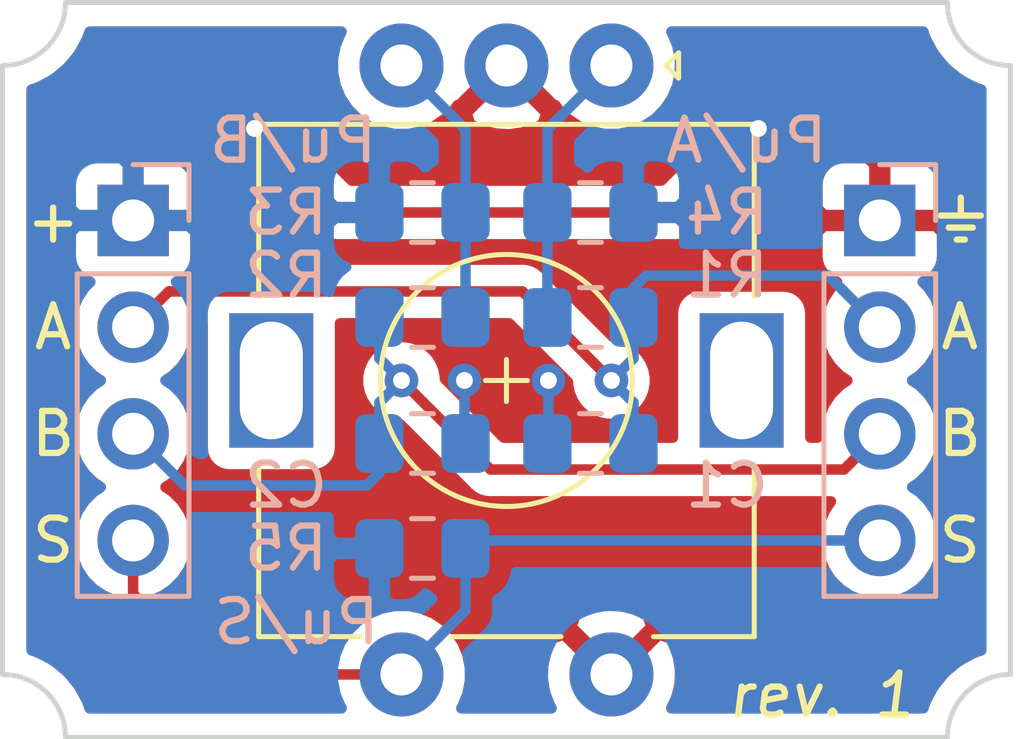
<source format=kicad_pcb>
(kicad_pcb (version 20171130) (host pcbnew 5.1.6)

  (general
    (thickness 1.6)
    (drawings 20)
    (tracks 54)
    (zones 0)
    (modules 10)
    (nets 8)
  )

  (page A4)
  (title_block
    (title Encoder)
    (date 2020-08-16)
    (rev 1)
    (company Kellermann)
  )

  (layers
    (0 F.Cu signal hide)
    (31 B.Cu signal hide)
    (32 B.Adhes user)
    (33 F.Adhes user)
    (34 B.Paste user)
    (35 F.Paste user)
    (36 B.SilkS user)
    (37 F.SilkS user)
    (38 B.Mask user hide)
    (39 F.Mask user hide)
    (40 Dwgs.User user)
    (41 Cmts.User user)
    (42 Eco1.User user)
    (43 Eco2.User user)
    (44 Edge.Cuts user)
    (45 Margin user)
    (46 B.CrtYd user)
    (47 F.CrtYd user)
    (48 B.Fab user hide)
    (49 F.Fab user hide)
  )

  (setup
    (last_trace_width 0.25)
    (trace_clearance 0.2)
    (zone_clearance 0.508)
    (zone_45_only no)
    (trace_min 0.2)
    (via_size 0.8)
    (via_drill 0.4)
    (via_min_size 0.4)
    (via_min_drill 0.3)
    (uvia_size 0.3)
    (uvia_drill 0.1)
    (uvias_allowed no)
    (uvia_min_size 0.2)
    (uvia_min_drill 0.1)
    (edge_width 0.05)
    (segment_width 0.2)
    (pcb_text_width 0.3)
    (pcb_text_size 1.5 1.5)
    (mod_edge_width 0.12)
    (mod_text_size 1 1)
    (mod_text_width 0.15)
    (pad_size 2 2)
    (pad_drill 1)
    (pad_to_mask_clearance 0.051)
    (solder_mask_min_width 0.25)
    (aux_axis_origin 0 0)
    (grid_origin 125 100)
    (visible_elements FFFFF77F)
    (pcbplotparams
      (layerselection 0x010fc_ffffffff)
      (usegerberextensions false)
      (usegerberattributes false)
      (usegerberadvancedattributes false)
      (creategerberjobfile false)
      (excludeedgelayer true)
      (linewidth 0.100000)
      (plotframeref false)
      (viasonmask false)
      (mode 1)
      (useauxorigin false)
      (hpglpennumber 1)
      (hpglpenspeed 20)
      (hpglpendiameter 15.000000)
      (psnegative false)
      (psa4output false)
      (plotreference true)
      (plotvalue true)
      (plotinvisibletext false)
      (padsonsilk false)
      (subtractmaskfromsilk false)
      (outputformat 1)
      (mirror false)
      (drillshape 1)
      (scaleselection 1)
      (outputdirectory ""))
  )

  (net 0 "")
  (net 1 GND)
  (net 2 A)
  (net 3 B)
  (net 4 "Net-(R1-Pad2)")
  (net 5 "Net-(R2-Pad2)")
  (net 6 VDD)
  (net 7 S)

  (net_class Default "This is the default net class."
    (clearance 0.2)
    (trace_width 0.25)
    (via_dia 0.8)
    (via_drill 0.4)
    (uvia_dia 0.3)
    (uvia_drill 0.1)
    (add_net A)
    (add_net B)
    (add_net GND)
    (add_net "Net-(R1-Pad2)")
    (add_net "Net-(R2-Pad2)")
    (add_net S)
    (add_net VDD)
  )

  (module Connector_PinHeader_2.54mm:PinHeader_1x04_P2.54mm_Vertical (layer B.Cu) (tedit 59FED5CC) (tstamp 5E378909)
    (at 133.89 96.19 180)
    (descr "Through hole straight pin header, 1x04, 2.54mm pitch, single row")
    (tags "Through hole pin header THT 1x04 2.54mm single row")
    (path /5E37F14A)
    (fp_text reference X2 (at 2.54 -3.81) (layer B.SilkS) hide
      (effects (font (size 1 1) (thickness 0.15)) (justify mirror))
    )
    (fp_text value Conn_01x04 (at 0 -9.95) (layer B.Fab)
      (effects (font (size 1 1) (thickness 0.15)) (justify mirror))
    )
    (fp_line (start 1.8 1.8) (end -1.8 1.8) (layer B.CrtYd) (width 0.05))
    (fp_line (start 1.8 -9.4) (end 1.8 1.8) (layer B.CrtYd) (width 0.05))
    (fp_line (start -1.8 -9.4) (end 1.8 -9.4) (layer B.CrtYd) (width 0.05))
    (fp_line (start -1.8 1.8) (end -1.8 -9.4) (layer B.CrtYd) (width 0.05))
    (fp_line (start -1.33 1.33) (end 0 1.33) (layer B.SilkS) (width 0.12))
    (fp_line (start -1.33 0) (end -1.33 1.33) (layer B.SilkS) (width 0.12))
    (fp_line (start -1.33 -1.27) (end 1.33 -1.27) (layer B.SilkS) (width 0.12))
    (fp_line (start 1.33 -1.27) (end 1.33 -8.95) (layer B.SilkS) (width 0.12))
    (fp_line (start -1.33 -1.27) (end -1.33 -8.95) (layer B.SilkS) (width 0.12))
    (fp_line (start -1.33 -8.95) (end 1.33 -8.95) (layer B.SilkS) (width 0.12))
    (fp_line (start -1.27 0.635) (end -0.635 1.27) (layer B.Fab) (width 0.1))
    (fp_line (start -1.27 -8.89) (end -1.27 0.635) (layer B.Fab) (width 0.1))
    (fp_line (start 1.27 -8.89) (end -1.27 -8.89) (layer B.Fab) (width 0.1))
    (fp_line (start 1.27 1.27) (end 1.27 -8.89) (layer B.Fab) (width 0.1))
    (fp_line (start -0.635 1.27) (end 1.27 1.27) (layer B.Fab) (width 0.1))
    (fp_text user %R (at 0 -3.81 270) (layer B.Fab)
      (effects (font (size 1 1) (thickness 0.15)) (justify mirror))
    )
    (pad 4 thru_hole oval (at 0 -7.62 180) (size 1.7 1.7) (drill 1) (layers *.Cu *.Mask)
      (net 7 S))
    (pad 3 thru_hole oval (at 0 -5.08 180) (size 1.7 1.7) (drill 1) (layers *.Cu *.Mask)
      (net 3 B))
    (pad 2 thru_hole oval (at 0 -2.54 180) (size 1.7 1.7) (drill 1) (layers *.Cu *.Mask)
      (net 2 A))
    (pad 1 thru_hole rect (at 0 0 180) (size 1.7 1.7) (drill 1) (layers *.Cu *.Mask)
      (net 1 GND))
    (model ${KISYS3DMOD}/Connector_PinHeader_2.54mm.3dshapes/PinHeader_1x04_P2.54mm_Vertical.wrl
      (at (xyz 0 0 0))
      (scale (xyz 1 1 1))
      (rotate (xyz 0 0 0))
    )
  )

  (module Connector_PinHeader_2.54mm:PinHeader_1x04_P2.54mm_Vertical (layer B.Cu) (tedit 59FED5CC) (tstamp 5E3AFC0C)
    (at 116.11 96.19 180)
    (descr "Through hole straight pin header, 1x04, 2.54mm pitch, single row")
    (tags "Through hole pin header THT 1x04 2.54mm single row")
    (path /5E37FEC7)
    (fp_text reference X1 (at -2.54 -3.81) (layer B.SilkS) hide
      (effects (font (size 1 1) (thickness 0.15)) (justify mirror))
    )
    (fp_text value Conn_01x04 (at 0 -9.95) (layer B.Fab)
      (effects (font (size 1 1) (thickness 0.15)) (justify mirror))
    )
    (fp_line (start 1.8 1.8) (end -1.8 1.8) (layer B.CrtYd) (width 0.05))
    (fp_line (start 1.8 -9.4) (end 1.8 1.8) (layer B.CrtYd) (width 0.05))
    (fp_line (start -1.8 -9.4) (end 1.8 -9.4) (layer B.CrtYd) (width 0.05))
    (fp_line (start -1.8 1.8) (end -1.8 -9.4) (layer B.CrtYd) (width 0.05))
    (fp_line (start -1.33 1.33) (end 0 1.33) (layer B.SilkS) (width 0.12))
    (fp_line (start -1.33 0) (end -1.33 1.33) (layer B.SilkS) (width 0.12))
    (fp_line (start -1.33 -1.27) (end 1.33 -1.27) (layer B.SilkS) (width 0.12))
    (fp_line (start 1.33 -1.27) (end 1.33 -8.95) (layer B.SilkS) (width 0.12))
    (fp_line (start -1.33 -1.27) (end -1.33 -8.95) (layer B.SilkS) (width 0.12))
    (fp_line (start -1.33 -8.95) (end 1.33 -8.95) (layer B.SilkS) (width 0.12))
    (fp_line (start -1.27 0.635) (end -0.635 1.27) (layer B.Fab) (width 0.1))
    (fp_line (start -1.27 -8.89) (end -1.27 0.635) (layer B.Fab) (width 0.1))
    (fp_line (start 1.27 -8.89) (end -1.27 -8.89) (layer B.Fab) (width 0.1))
    (fp_line (start 1.27 1.27) (end 1.27 -8.89) (layer B.Fab) (width 0.1))
    (fp_line (start -0.635 1.27) (end 1.27 1.27) (layer B.Fab) (width 0.1))
    (fp_text user %R (at 0 -3.81 270) (layer B.Fab)
      (effects (font (size 1 1) (thickness 0.15)) (justify mirror))
    )
    (pad 4 thru_hole oval (at 0 -7.62 180) (size 1.7 1.7) (drill 1) (layers *.Cu *.Mask)
      (net 7 S))
    (pad 3 thru_hole oval (at 0 -5.08 180) (size 1.7 1.7) (drill 1) (layers *.Cu *.Mask)
      (net 3 B))
    (pad 2 thru_hole oval (at 0 -2.54 180) (size 1.7 1.7) (drill 1) (layers *.Cu *.Mask)
      (net 2 A))
    (pad 1 thru_hole rect (at 0 0 180) (size 1.7 1.7) (drill 1) (layers *.Cu *.Mask)
      (net 6 VDD))
    (model ${KISYS3DMOD}/Connector_PinHeader_2.54mm.3dshapes/PinHeader_1x04_P2.54mm_Vertical.wrl
      (at (xyz 0 0 0))
      (scale (xyz 1 1 1))
      (rotate (xyz 0 0 0))
    )
  )

  (module Rotary_Encoder:RotaryEncoder_Alps_EC11E-Switch_Vertical_H20mm (layer F.Cu) (tedit 5E3AAB30) (tstamp 5E3788D9)
    (at 127.5 92.5 270)
    (descr "Alps rotary encoder, EC12E... with switch, vertical shaft, http://www.alps.com/prod/info/E/HTML/Encoder/Incremental/EC11/EC11E15204A3.html")
    (tags "rotary encoder")
    (path /5E372C72)
    (fp_text reference SW1 (at 2.8 -4.7 90) (layer F.SilkS) hide
      (effects (font (size 1 1) (thickness 0.15)))
    )
    (fp_text value Rotary_Encoder_Switch (at 7.5 10.4 90) (layer F.Fab)
      (effects (font (size 1 1) (thickness 0.15)))
    )
    (fp_circle (center 7.5 2.5) (end 10.5 2.5) (layer F.Fab) (width 0.12))
    (fp_circle (center 7.5 2.5) (end 10.5 2.5) (layer F.SilkS) (width 0.12))
    (fp_line (start 16 9.6) (end -1.5 9.6) (layer F.CrtYd) (width 0.05))
    (fp_line (start 16 9.6) (end 16 -4.6) (layer F.CrtYd) (width 0.05))
    (fp_line (start -1.5 -4.6) (end -1.5 9.6) (layer F.CrtYd) (width 0.05))
    (fp_line (start -1.5 -4.6) (end 16 -4.6) (layer F.CrtYd) (width 0.05))
    (fp_line (start 2.5 -3.3) (end 13.5 -3.3) (layer F.Fab) (width 0.12))
    (fp_line (start 13.5 -3.3) (end 13.5 8.3) (layer F.Fab) (width 0.12))
    (fp_line (start 13.5 8.3) (end 1.5 8.3) (layer F.Fab) (width 0.12))
    (fp_line (start 1.5 8.3) (end 1.5 -2.2) (layer F.Fab) (width 0.12))
    (fp_line (start 1.5 -2.2) (end 2.5 -3.3) (layer F.Fab) (width 0.12))
    (fp_line (start 9.5 -3.4) (end 13.6 -3.4) (layer F.SilkS) (width 0.12))
    (fp_line (start 13.6 8.4) (end 9.5 8.4) (layer F.SilkS) (width 0.12))
    (fp_line (start 5.5 8.4) (end 1.4 8.4) (layer F.SilkS) (width 0.12))
    (fp_line (start 5.5 -3.4) (end 1.4 -3.4) (layer F.SilkS) (width 0.12))
    (fp_line (start 1.4 -3.4) (end 1.4 8.4) (layer F.SilkS) (width 0.12))
    (fp_line (start 0 -1.3) (end -0.3 -1.6) (layer F.SilkS) (width 0.12))
    (fp_line (start -0.3 -1.6) (end 0.3 -1.6) (layer F.SilkS) (width 0.12))
    (fp_line (start 0.3 -1.6) (end 0 -1.3) (layer F.SilkS) (width 0.12))
    (fp_line (start 7.5 -0.5) (end 7.5 5.5) (layer F.Fab) (width 0.12))
    (fp_line (start 4.5 2.5) (end 10.5 2.5) (layer F.Fab) (width 0.12))
    (fp_line (start 13.6 -3.4) (end 13.6 -1) (layer F.SilkS) (width 0.12))
    (fp_line (start 13.6 1.2) (end 13.6 3.8) (layer F.SilkS) (width 0.12))
    (fp_line (start 13.6 6) (end 13.6 8.4) (layer F.SilkS) (width 0.12))
    (fp_line (start 7.5 2) (end 7.5 3) (layer F.SilkS) (width 0.12))
    (fp_line (start 7 2.5) (end 8 2.5) (layer F.SilkS) (width 0.12))
    (fp_text user %R (at 11.1 6.3 90) (layer F.Fab)
      (effects (font (size 1 1) (thickness 0.15)))
    )
    (pad A thru_hole circle (at 0 0 270) (size 2 2) (drill 1) (layers *.Cu *.Mask)
      (net 4 "Net-(R1-Pad2)"))
    (pad C thru_hole circle (at 0 2.5 270) (size 2 2) (drill 1) (layers *.Cu *.Mask)
      (net 1 GND))
    (pad B thru_hole circle (at 0 5 270) (size 2 2) (drill 1) (layers *.Cu *.Mask)
      (net 5 "Net-(R2-Pad2)"))
    (pad MP thru_hole rect (at 7.5 -3.1 270) (size 3.2 2) (drill oval 2.8 1.5) (layers *.Cu *.Mask))
    (pad MP thru_hole rect (at 7.5 8.1 270) (size 3.2 2) (drill oval 2.8 1.5) (layers *.Cu *.Mask))
    (pad S2 thru_hole circle (at 14.5 0 270) (size 2 2) (drill 1) (layers *.Cu *.Mask)
      (net 1 GND))
    (pad S1 thru_hole circle (at 14.5 5 270) (size 2 2) (drill 1) (layers *.Cu *.Mask)
      (net 7 S))
    (model ${KISYS3DMOD}/Rotary_Encoder.3dshapes/RotaryEncoder_Alps_EC11E-Switch_Vertical_H20mm.wrl
      (at (xyz 0 0 0))
      (scale (xyz 1 1 1))
      (rotate (xyz 0 0 0))
    )
    (model ${KIPRJMOD}/482009514001_Download_STEP_4820xx514001_rev1.stp
      (offset (xyz 7.5 -2.5 6))
      (scale (xyz 1 1 1))
      (rotate (xyz 0 0 180))
    )
  )

  (module Resistor_SMD:R_0805_2012Metric_Pad1.15x1.40mm_HandSolder (layer B.Cu) (tedit 5B36C52B) (tstamp 5E3788B3)
    (at 123 104)
    (descr "Resistor SMD 0805 (2012 Metric), square (rectangular) end terminal, IPC_7351 nominal with elongated pad for handsoldering. (Body size source: https://docs.google.com/spreadsheets/d/1BsfQQcO9C6DZCsRaXUlFlo91Tg2WpOkGARC1WS5S8t0/edit?usp=sharing), generated with kicad-footprint-generator")
    (tags "resistor handsolder")
    (path /5E37C503)
    (attr smd)
    (fp_text reference R5 (at -3.25 0) (layer B.SilkS)
      (effects (font (size 1 1) (thickness 0.15)) (justify mirror))
    )
    (fp_text value "10 k" (at 0 -1.65) (layer B.Fab)
      (effects (font (size 1 1) (thickness 0.15)) (justify mirror))
    )
    (fp_line (start 1.85 -0.95) (end -1.85 -0.95) (layer B.CrtYd) (width 0.05))
    (fp_line (start 1.85 0.95) (end 1.85 -0.95) (layer B.CrtYd) (width 0.05))
    (fp_line (start -1.85 0.95) (end 1.85 0.95) (layer B.CrtYd) (width 0.05))
    (fp_line (start -1.85 -0.95) (end -1.85 0.95) (layer B.CrtYd) (width 0.05))
    (fp_line (start -0.261252 -0.71) (end 0.261252 -0.71) (layer B.SilkS) (width 0.12))
    (fp_line (start -0.261252 0.71) (end 0.261252 0.71) (layer B.SilkS) (width 0.12))
    (fp_line (start 1 -0.6) (end -1 -0.6) (layer B.Fab) (width 0.1))
    (fp_line (start 1 0.6) (end 1 -0.6) (layer B.Fab) (width 0.1))
    (fp_line (start -1 0.6) (end 1 0.6) (layer B.Fab) (width 0.1))
    (fp_line (start -1 -0.6) (end -1 0.6) (layer B.Fab) (width 0.1))
    (fp_text user %R (at 0 0) (layer B.Fab)
      (effects (font (size 0.5 0.5) (thickness 0.08)) (justify mirror))
    )
    (pad 2 smd roundrect (at 1.025 0) (size 1.15 1.4) (layers B.Cu B.Paste B.Mask) (roundrect_rratio 0.217391)
      (net 7 S))
    (pad 1 smd roundrect (at -1.025 0) (size 1.15 1.4) (layers B.Cu B.Paste B.Mask) (roundrect_rratio 0.217391)
      (net 6 VDD))
    (model ${KISYS3DMOD}/Resistor_SMD.3dshapes/R_0805_2012Metric.wrl
      (at (xyz 0 0 0))
      (scale (xyz 1 1 1))
      (rotate (xyz 0 0 0))
    )
  )

  (module Resistor_SMD:R_0805_2012Metric_Pad1.15x1.40mm_HandSolder (layer B.Cu) (tedit 5B36C52B) (tstamp 5E3788A2)
    (at 127 96 180)
    (descr "Resistor SMD 0805 (2012 Metric), square (rectangular) end terminal, IPC_7351 nominal with elongated pad for handsoldering. (Body size source: https://docs.google.com/spreadsheets/d/1BsfQQcO9C6DZCsRaXUlFlo91Tg2WpOkGARC1WS5S8t0/edit?usp=sharing), generated with kicad-footprint-generator")
    (tags "resistor handsolder")
    (path /5E3742CA)
    (attr smd)
    (fp_text reference R4 (at -3.25 0) (layer B.SilkS)
      (effects (font (size 1 1) (thickness 0.15)) (justify mirror))
    )
    (fp_text value "10 k" (at 0 -1.65) (layer B.Fab)
      (effects (font (size 1 1) (thickness 0.15)) (justify mirror))
    )
    (fp_line (start 1.85 -0.95) (end -1.85 -0.95) (layer B.CrtYd) (width 0.05))
    (fp_line (start 1.85 0.95) (end 1.85 -0.95) (layer B.CrtYd) (width 0.05))
    (fp_line (start -1.85 0.95) (end 1.85 0.95) (layer B.CrtYd) (width 0.05))
    (fp_line (start -1.85 -0.95) (end -1.85 0.95) (layer B.CrtYd) (width 0.05))
    (fp_line (start -0.261252 -0.71) (end 0.261252 -0.71) (layer B.SilkS) (width 0.12))
    (fp_line (start -0.261252 0.71) (end 0.261252 0.71) (layer B.SilkS) (width 0.12))
    (fp_line (start 1 -0.6) (end -1 -0.6) (layer B.Fab) (width 0.1))
    (fp_line (start 1 0.6) (end 1 -0.6) (layer B.Fab) (width 0.1))
    (fp_line (start -1 0.6) (end 1 0.6) (layer B.Fab) (width 0.1))
    (fp_line (start -1 -0.6) (end -1 0.6) (layer B.Fab) (width 0.1))
    (fp_text user %R (at 0 0) (layer B.Fab)
      (effects (font (size 0.5 0.5) (thickness 0.08)) (justify mirror))
    )
    (pad 2 smd roundrect (at 1.025 0 180) (size 1.15 1.4) (layers B.Cu B.Paste B.Mask) (roundrect_rratio 0.217391)
      (net 4 "Net-(R1-Pad2)"))
    (pad 1 smd roundrect (at -1.025 0 180) (size 1.15 1.4) (layers B.Cu B.Paste B.Mask) (roundrect_rratio 0.217391)
      (net 6 VDD))
    (model ${KISYS3DMOD}/Resistor_SMD.3dshapes/R_0805_2012Metric.wrl
      (at (xyz 0 0 0))
      (scale (xyz 1 1 1))
      (rotate (xyz 0 0 0))
    )
  )

  (module Resistor_SMD:R_0805_2012Metric_Pad1.15x1.40mm_HandSolder (layer B.Cu) (tedit 5B36C52B) (tstamp 5E379534)
    (at 123 96)
    (descr "Resistor SMD 0805 (2012 Metric), square (rectangular) end terminal, IPC_7351 nominal with elongated pad for handsoldering. (Body size source: https://docs.google.com/spreadsheets/d/1BsfQQcO9C6DZCsRaXUlFlo91Tg2WpOkGARC1WS5S8t0/edit?usp=sharing), generated with kicad-footprint-generator")
    (tags "resistor handsolder")
    (path /5E374AD3)
    (attr smd)
    (fp_text reference R3 (at -3.25 0) (layer B.SilkS)
      (effects (font (size 1 1) (thickness 0.15)) (justify mirror))
    )
    (fp_text value "10 k" (at 0 -1.65) (layer B.Fab)
      (effects (font (size 1 1) (thickness 0.15)) (justify mirror))
    )
    (fp_line (start 1.85 -0.95) (end -1.85 -0.95) (layer B.CrtYd) (width 0.05))
    (fp_line (start 1.85 0.95) (end 1.85 -0.95) (layer B.CrtYd) (width 0.05))
    (fp_line (start -1.85 0.95) (end 1.85 0.95) (layer B.CrtYd) (width 0.05))
    (fp_line (start -1.85 -0.95) (end -1.85 0.95) (layer B.CrtYd) (width 0.05))
    (fp_line (start -0.261252 -0.71) (end 0.261252 -0.71) (layer B.SilkS) (width 0.12))
    (fp_line (start -0.261252 0.71) (end 0.261252 0.71) (layer B.SilkS) (width 0.12))
    (fp_line (start 1 -0.6) (end -1 -0.6) (layer B.Fab) (width 0.1))
    (fp_line (start 1 0.6) (end 1 -0.6) (layer B.Fab) (width 0.1))
    (fp_line (start -1 0.6) (end 1 0.6) (layer B.Fab) (width 0.1))
    (fp_line (start -1 -0.6) (end -1 0.6) (layer B.Fab) (width 0.1))
    (fp_text user %R (at 0 0) (layer F.Fab)
      (effects (font (size 0.5 0.5) (thickness 0.08)))
    )
    (pad 2 smd roundrect (at 1.025 0) (size 1.15 1.4) (layers B.Cu B.Paste B.Mask) (roundrect_rratio 0.217391)
      (net 5 "Net-(R2-Pad2)"))
    (pad 1 smd roundrect (at -1.025 0) (size 1.15 1.4) (layers B.Cu B.Paste B.Mask) (roundrect_rratio 0.217391)
      (net 6 VDD))
    (model ${KISYS3DMOD}/Resistor_SMD.3dshapes/R_0805_2012Metric.wrl
      (at (xyz 0 0 0))
      (scale (xyz 1 1 1))
      (rotate (xyz 0 0 0))
    )
  )

  (module Resistor_SMD:R_0805_2012Metric_Pad1.15x1.40mm_HandSolder (layer B.Cu) (tedit 5B36C52B) (tstamp 5E378880)
    (at 123 98.5)
    (descr "Resistor SMD 0805 (2012 Metric), square (rectangular) end terminal, IPC_7351 nominal with elongated pad for handsoldering. (Body size source: https://docs.google.com/spreadsheets/d/1BsfQQcO9C6DZCsRaXUlFlo91Tg2WpOkGARC1WS5S8t0/edit?usp=sharing), generated with kicad-footprint-generator")
    (tags "resistor handsolder")
    (path /5E37501A)
    (attr smd)
    (fp_text reference R2 (at -3.25 -1) (layer B.SilkS)
      (effects (font (size 1 1) (thickness 0.15)) (justify mirror))
    )
    (fp_text value "10 k" (at 0 -1.65) (layer B.Fab)
      (effects (font (size 1 1) (thickness 0.15)) (justify mirror))
    )
    (fp_line (start 1.85 -0.95) (end -1.85 -0.95) (layer B.CrtYd) (width 0.05))
    (fp_line (start 1.85 0.95) (end 1.85 -0.95) (layer B.CrtYd) (width 0.05))
    (fp_line (start -1.85 0.95) (end 1.85 0.95) (layer B.CrtYd) (width 0.05))
    (fp_line (start -1.85 -0.95) (end -1.85 0.95) (layer B.CrtYd) (width 0.05))
    (fp_line (start -0.261252 -0.71) (end 0.261252 -0.71) (layer B.SilkS) (width 0.12))
    (fp_line (start -0.261252 0.71) (end 0.261252 0.71) (layer B.SilkS) (width 0.12))
    (fp_line (start 1 -0.6) (end -1 -0.6) (layer B.Fab) (width 0.1))
    (fp_line (start 1 0.6) (end 1 -0.6) (layer B.Fab) (width 0.1))
    (fp_line (start -1 0.6) (end 1 0.6) (layer B.Fab) (width 0.1))
    (fp_line (start -1 -0.6) (end -1 0.6) (layer B.Fab) (width 0.1))
    (fp_text user %R (at 0 0) (layer B.Fab)
      (effects (font (size 0.5 0.5) (thickness 0.08)) (justify mirror))
    )
    (pad 2 smd roundrect (at 1.025 0) (size 1.15 1.4) (layers B.Cu B.Paste B.Mask) (roundrect_rratio 0.217391)
      (net 5 "Net-(R2-Pad2)"))
    (pad 1 smd roundrect (at -1.025 0) (size 1.15 1.4) (layers B.Cu B.Paste B.Mask) (roundrect_rratio 0.217391)
      (net 3 B))
    (model ${KISYS3DMOD}/Resistor_SMD.3dshapes/R_0805_2012Metric.wrl
      (at (xyz 0 0 0))
      (scale (xyz 1 1 1))
      (rotate (xyz 0 0 0))
    )
  )

  (module Resistor_SMD:R_0805_2012Metric_Pad1.15x1.40mm_HandSolder (layer B.Cu) (tedit 5B36C52B) (tstamp 5E37886F)
    (at 127 98.5 180)
    (descr "Resistor SMD 0805 (2012 Metric), square (rectangular) end terminal, IPC_7351 nominal with elongated pad for handsoldering. (Body size source: https://docs.google.com/spreadsheets/d/1BsfQQcO9C6DZCsRaXUlFlo91Tg2WpOkGARC1WS5S8t0/edit?usp=sharing), generated with kicad-footprint-generator")
    (tags "resistor handsolder")
    (path /5E374D12)
    (attr smd)
    (fp_text reference R1 (at -3.25 1) (layer B.SilkS)
      (effects (font (size 1 1) (thickness 0.15)) (justify mirror))
    )
    (fp_text value "10 k" (at 0 -1.65) (layer B.Fab)
      (effects (font (size 1 1) (thickness 0.15)) (justify mirror))
    )
    (fp_line (start 1.85 -0.95) (end -1.85 -0.95) (layer B.CrtYd) (width 0.05))
    (fp_line (start 1.85 0.95) (end 1.85 -0.95) (layer B.CrtYd) (width 0.05))
    (fp_line (start -1.85 0.95) (end 1.85 0.95) (layer B.CrtYd) (width 0.05))
    (fp_line (start -1.85 -0.95) (end -1.85 0.95) (layer B.CrtYd) (width 0.05))
    (fp_line (start -0.261252 -0.71) (end 0.261252 -0.71) (layer B.SilkS) (width 0.12))
    (fp_line (start -0.261252 0.71) (end 0.261252 0.71) (layer B.SilkS) (width 0.12))
    (fp_line (start 1 -0.6) (end -1 -0.6) (layer B.Fab) (width 0.1))
    (fp_line (start 1 0.6) (end 1 -0.6) (layer B.Fab) (width 0.1))
    (fp_line (start -1 0.6) (end 1 0.6) (layer B.Fab) (width 0.1))
    (fp_line (start -1 -0.6) (end -1 0.6) (layer B.Fab) (width 0.1))
    (fp_text user %R (at 0 0) (layer B.Fab)
      (effects (font (size 0.5 0.5) (thickness 0.08)) (justify mirror))
    )
    (pad 2 smd roundrect (at 1.025 0 180) (size 1.15 1.4) (layers B.Cu B.Paste B.Mask) (roundrect_rratio 0.217391)
      (net 4 "Net-(R1-Pad2)"))
    (pad 1 smd roundrect (at -1.025 0 180) (size 1.15 1.4) (layers B.Cu B.Paste B.Mask) (roundrect_rratio 0.217391)
      (net 2 A))
    (model ${KISYS3DMOD}/Resistor_SMD.3dshapes/R_0805_2012Metric.wrl
      (at (xyz 0 0 0))
      (scale (xyz 1 1 1))
      (rotate (xyz 0 0 0))
    )
  )

  (module Capacitor_SMD:C_0805_2012Metric_Pad1.15x1.40mm_HandSolder (layer B.Cu) (tedit 5B36C52B) (tstamp 5E37885E)
    (at 123 101.5)
    (descr "Capacitor SMD 0805 (2012 Metric), square (rectangular) end terminal, IPC_7351 nominal with elongated pad for handsoldering. (Body size source: https://docs.google.com/spreadsheets/d/1BsfQQcO9C6DZCsRaXUlFlo91Tg2WpOkGARC1WS5S8t0/edit?usp=sharing), generated with kicad-footprint-generator")
    (tags "capacitor handsolder")
    (path /5E3756AE)
    (attr smd)
    (fp_text reference C2 (at -3.25 1) (layer B.SilkS)
      (effects (font (size 1 1) (thickness 0.15)) (justify mirror))
    )
    (fp_text value "10 nF" (at 0 -1.65) (layer B.Fab)
      (effects (font (size 1 1) (thickness 0.15)) (justify mirror))
    )
    (fp_line (start 1.85 -0.95) (end -1.85 -0.95) (layer B.CrtYd) (width 0.05))
    (fp_line (start 1.85 0.95) (end 1.85 -0.95) (layer B.CrtYd) (width 0.05))
    (fp_line (start -1.85 0.95) (end 1.85 0.95) (layer B.CrtYd) (width 0.05))
    (fp_line (start -1.85 -0.95) (end -1.85 0.95) (layer B.CrtYd) (width 0.05))
    (fp_line (start -0.261252 -0.71) (end 0.261252 -0.71) (layer B.SilkS) (width 0.12))
    (fp_line (start -0.261252 0.71) (end 0.261252 0.71) (layer B.SilkS) (width 0.12))
    (fp_line (start 1 -0.6) (end -1 -0.6) (layer B.Fab) (width 0.1))
    (fp_line (start 1 0.6) (end 1 -0.6) (layer B.Fab) (width 0.1))
    (fp_line (start -1 0.6) (end 1 0.6) (layer B.Fab) (width 0.1))
    (fp_line (start -1 -0.6) (end -1 0.6) (layer B.Fab) (width 0.1))
    (fp_text user %R (at 0 0) (layer B.Fab)
      (effects (font (size 0.5 0.5) (thickness 0.08)) (justify mirror))
    )
    (pad 2 smd roundrect (at 1.025 0) (size 1.15 1.4) (layers B.Cu B.Paste B.Mask) (roundrect_rratio 0.217391)
      (net 1 GND))
    (pad 1 smd roundrect (at -1.025 0) (size 1.15 1.4) (layers B.Cu B.Paste B.Mask) (roundrect_rratio 0.217391)
      (net 3 B))
    (model ${KISYS3DMOD}/Capacitor_SMD.3dshapes/C_0805_2012Metric.wrl
      (at (xyz 0 0 0))
      (scale (xyz 1 1 1))
      (rotate (xyz 0 0 0))
    )
  )

  (module Capacitor_SMD:C_0805_2012Metric_Pad1.15x1.40mm_HandSolder (layer B.Cu) (tedit 5B36C52B) (tstamp 5E37884D)
    (at 127 101.5 180)
    (descr "Capacitor SMD 0805 (2012 Metric), square (rectangular) end terminal, IPC_7351 nominal with elongated pad for handsoldering. (Body size source: https://docs.google.com/spreadsheets/d/1BsfQQcO9C6DZCsRaXUlFlo91Tg2WpOkGARC1WS5S8t0/edit?usp=sharing), generated with kicad-footprint-generator")
    (tags "capacitor handsolder")
    (path /5E3755B6)
    (attr smd)
    (fp_text reference C1 (at -3.25 -1) (layer B.SilkS)
      (effects (font (size 1 1) (thickness 0.15)) (justify mirror))
    )
    (fp_text value "10 nF" (at 0 -1.65) (layer B.Fab)
      (effects (font (size 1 1) (thickness 0.15)) (justify mirror))
    )
    (fp_line (start 1.85 -0.95) (end -1.85 -0.95) (layer B.CrtYd) (width 0.05))
    (fp_line (start 1.85 0.95) (end 1.85 -0.95) (layer B.CrtYd) (width 0.05))
    (fp_line (start -1.85 0.95) (end 1.85 0.95) (layer B.CrtYd) (width 0.05))
    (fp_line (start -1.85 -0.95) (end -1.85 0.95) (layer B.CrtYd) (width 0.05))
    (fp_line (start -0.261252 -0.71) (end 0.261252 -0.71) (layer B.SilkS) (width 0.12))
    (fp_line (start -0.261252 0.71) (end 0.261252 0.71) (layer B.SilkS) (width 0.12))
    (fp_line (start 1 -0.6) (end -1 -0.6) (layer B.Fab) (width 0.1))
    (fp_line (start 1 0.6) (end 1 -0.6) (layer B.Fab) (width 0.1))
    (fp_line (start -1 0.6) (end 1 0.6) (layer B.Fab) (width 0.1))
    (fp_line (start -1 -0.6) (end -1 0.6) (layer B.Fab) (width 0.1))
    (fp_text user %R (at 0 0) (layer B.Fab)
      (effects (font (size 0.5 0.5) (thickness 0.08)) (justify mirror))
    )
    (pad 2 smd roundrect (at 1.025 0 180) (size 1.15 1.4) (layers B.Cu B.Paste B.Mask) (roundrect_rratio 0.217391)
      (net 1 GND))
    (pad 1 smd roundrect (at -1.025 0 180) (size 1.15 1.4) (layers B.Cu B.Paste B.Mask) (roundrect_rratio 0.217391)
      (net 2 A))
    (model ${KISYS3DMOD}/Capacitor_SMD.3dshapes/C_0805_2012Metric.wrl
      (at (xyz 0 0 0))
      (scale (xyz 1 1 1))
      (rotate (xyz 0 0 0))
    )
  )

  (gr_text Pu/S (at 120 105.75) (layer B.SilkS) (tstamp 5E3B022F)
    (effects (font (size 1 1) (thickness 0.15)) (justify mirror))
  )
  (gr_text Pu/A (at 130.715 94.285) (layer B.SilkS) (tstamp 5E3B009F)
    (effects (font (size 1 1) (thickness 0.15)) (justify mirror))
  )
  (gr_text Pu/B (at 119.92 94.285) (layer B.SilkS)
    (effects (font (size 1 1) (thickness 0.15)) (justify mirror))
  )
  (gr_text A (at 135.795 98.73) (layer F.SilkS) (tstamp 5E37B941)
    (effects (font (size 1 1) (thickness 0.15)))
  )
  (gr_text B (at 135.795 101.27) (layer F.SilkS)
    (effects (font (size 1 1) (thickness 0.15)))
  )
  (gr_text "⏚ " (at 136.2 96.19) (layer F.SilkS)
    (effects (font (size 1 1) (thickness 0.15)))
  )
  (gr_text S (at 135.795 103.81) (layer F.SilkS)
    (effects (font (size 1 1) (thickness 0.15)))
  )
  (gr_text + (at 114.205 96.19) (layer F.SilkS) (tstamp 5E3AFEBB)
    (effects (font (size 1 1) (thickness 0.15)))
  )
  (gr_text S (at 114.205 103.81) (layer F.SilkS)
    (effects (font (size 1 1) (thickness 0.15)))
  )
  (gr_text B (at 114.205 101.27) (layer F.SilkS)
    (effects (font (size 1 1) (thickness 0.15)))
  )
  (gr_text A (at 114.205 98.73) (layer F.SilkS)
    (effects (font (size 1 1) (thickness 0.15)))
  )
  (gr_text "rev. 1" (at 132.5 107.5) (layer F.SilkS)
    (effects (font (size 1 1) (thickness 0.15) italic))
  )
  (gr_arc (start 113 91) (end 113 92.5) (angle -90) (layer Edge.Cuts) (width 0.12))
  (gr_arc (start 113 108.5) (end 114.5 108.5) (angle -90) (layer Edge.Cuts) (width 0.12))
  (gr_arc (start 137 108.5) (end 137 107) (angle -90) (layer Edge.Cuts) (width 0.12))
  (gr_arc (start 137 91) (end 135.5 91) (angle -90) (layer Edge.Cuts) (width 0.12))
  (gr_line (start 113 107) (end 113 92.5) (layer Edge.Cuts) (width 0.12))
  (gr_line (start 135.5 108.5) (end 114.5 108.5) (layer Edge.Cuts) (width 0.12))
  (gr_line (start 137 92.5) (end 137 107) (layer Edge.Cuts) (width 0.12))
  (gr_line (start 114.5 91) (end 135.5 91) (layer Edge.Cuts) (width 0.12))

  (via (at 124 100) (size 0.8) (drill 0.4) (layers F.Cu B.Cu) (net 1))
  (via (at 126 100) (size 0.8) (drill 0.4) (layers F.Cu B.Cu) (net 1))
  (segment (start 124 101.475) (end 124.025 101.5) (width 0.25) (layer B.Cu) (net 1))
  (segment (start 124 100) (end 124 101.475) (width 0.25) (layer B.Cu) (net 1))
  (segment (start 126 101.475) (end 125.975 101.5) (width 0.25) (layer B.Cu) (net 1))
  (segment (start 126 100) (end 126 101.475) (width 0.25) (layer B.Cu) (net 1))
  (segment (start 127.899999 100.399999) (end 127.5 100) (width 0.25) (layer B.Cu) (net 2))
  (segment (start 128.025 101.5) (end 128.025 100.525) (width 0.25) (layer B.Cu) (net 2))
  (segment (start 128.025 98.5) (end 128.025 99.475) (width 0.25) (layer B.Cu) (net 2))
  (segment (start 127.899999 99.600001) (end 127.5 100) (width 0.25) (layer B.Cu) (net 2))
  (segment (start 128.025 99.475) (end 127.899999 99.600001) (width 0.25) (layer B.Cu) (net 2))
  (segment (start 128.025 100.525) (end 127.899999 100.399999) (width 0.25) (layer B.Cu) (net 2))
  (segment (start 127.5 100) (end 127.5 100) (width 0.25) (layer B.Cu) (net 2) (tstamp 5E3AFAFF))
  (via (at 127.5 100) (size 0.8) (drill 0.4) (layers F.Cu B.Cu) (net 2))
  (segment (start 127.100001 99.600001) (end 127.5 100) (width 0.25) (layer F.Cu) (net 2))
  (segment (start 125.380001 97.880001) (end 127.100001 99.600001) (width 0.25) (layer F.Cu) (net 2))
  (segment (start 116.11 98.73) (end 116.959999 97.880001) (width 0.25) (layer F.Cu) (net 2))
  (segment (start 116.959999 97.880001) (end 125.380001 97.880001) (width 0.25) (layer F.Cu) (net 2) (tstamp 5E3B01B2))
  (segment (start 128.325 97.5) (end 128.025 97.8) (width 0.25) (layer B.Cu) (net 2))
  (segment (start 128.025 97.8) (end 128.025 98.5) (width 0.25) (layer B.Cu) (net 2))
  (segment (start 133.89 98.73) (end 132.66 97.5) (width 0.25) (layer B.Cu) (net 2))
  (segment (start 132.66 97.5) (end 128.325 97.5) (width 0.25) (layer B.Cu) (net 2))
  (segment (start 121.975 98.5) (end 121.975 99.475) (width 0.25) (layer B.Cu) (net 3))
  (segment (start 121.975 100.525) (end 122.5 100) (width 0.25) (layer B.Cu) (net 3))
  (segment (start 121.975 99.475) (end 122.5 100) (width 0.25) (layer B.Cu) (net 3))
  (segment (start 121.975 101.5) (end 121.975 100.525) (width 0.25) (layer B.Cu) (net 3))
  (segment (start 122.5 100) (end 122.5 100) (width 0.25) (layer B.Cu) (net 3) (tstamp 5E3AFAFD))
  (via (at 122.5 100) (size 0.8) (drill 0.4) (layers F.Cu B.Cu) (net 3))
  (segment (start 121.975 102.2) (end 121.975 101.5) (width 0.25) (layer B.Cu) (net 3))
  (segment (start 116.11 101.27) (end 117.34 102.5) (width 0.25) (layer B.Cu) (net 3))
  (segment (start 121.675 102.5) (end 121.975 102.2) (width 0.25) (layer B.Cu) (net 3))
  (segment (start 117.34 102.5) (end 121.675 102.5) (width 0.25) (layer B.Cu) (net 3))
  (segment (start 122.899999 100.399999) (end 122.5 100) (width 0.25) (layer F.Cu) (net 3))
  (segment (start 124.619999 102.119999) (end 122.899999 100.399999) (width 0.25) (layer F.Cu) (net 3))
  (segment (start 133.89 101.27) (end 133.040001 102.119999) (width 0.25) (layer F.Cu) (net 3))
  (segment (start 133.040001 102.119999) (end 124.619999 102.119999) (width 0.25) (layer F.Cu) (net 3))
  (segment (start 125.975 94.025) (end 127.5 92.5) (width 0.25) (layer B.Cu) (net 4))
  (segment (start 125.975 96) (end 125.975 94.025) (width 0.25) (layer B.Cu) (net 4))
  (segment (start 125.975 96) (end 125.975 98.5) (width 0.25) (layer B.Cu) (net 4))
  (segment (start 124.025 94.025) (end 122.5 92.5) (width 0.25) (layer B.Cu) (net 5))
  (segment (start 124.025 96) (end 124.025 94.025) (width 0.25) (layer B.Cu) (net 5))
  (segment (start 124.025 96) (end 124.025 98.5) (width 0.25) (layer B.Cu) (net 5))
  (via (at 119 94) (size 0.8) (drill 0.4) (layers F.Cu B.Cu) (net 6))
  (via (at 131 94) (size 0.8) (drill 0.4) (layers F.Cu B.Cu) (net 6))
  (segment (start 121 96) (end 119 94) (width 0.25) (layer F.Cu) (net 6))
  (segment (start 129 96) (end 121 96) (width 0.25) (layer F.Cu) (net 6))
  (segment (start 131 94) (end 129 96) (width 0.25) (layer F.Cu) (net 6))
  (segment (start 124.025 105.475) (end 122.5 107) (width 0.25) (layer B.Cu) (net 7))
  (segment (start 124.025 104) (end 124.025 105.475) (width 0.25) (layer B.Cu) (net 7))
  (segment (start 116.11 105.08) (end 116.11 103.81) (width 0.25) (layer F.Cu) (net 7))
  (segment (start 122.5 107) (end 118.03 107) (width 0.25) (layer F.Cu) (net 7))
  (segment (start 118.03 107) (end 116.11 105.08) (width 0.25) (layer F.Cu) (net 7))
  (segment (start 124.215 103.81) (end 124.025 104) (width 0.25) (layer B.Cu) (net 7))
  (segment (start 133.89 103.81) (end 124.215 103.81) (width 0.25) (layer B.Cu) (net 7))

  (zone (net 1) (net_name GND) (layer F.Cu) (tstamp 0) (hatch edge 0.508)
    (connect_pads (clearance 0.508))
    (min_thickness 0.254)
    (fill yes (arc_segments 32) (thermal_gap 0.508) (thermal_bridge_width 0.508))
    (polygon
      (pts
        (xy 137.7 108.89) (xy 112.3 108.89) (xy 112.3 90.475) (xy 137.7 90.475)
      )
    )
    (filled_polygon
      (pts
        (xy 121.051082 91.725537) (xy 120.927832 92.023088) (xy 120.865 92.338967) (xy 120.865 92.661033) (xy 120.927832 92.976912)
        (xy 121.051082 93.274463) (xy 121.230013 93.542252) (xy 121.457748 93.769987) (xy 121.725537 93.948918) (xy 122.023088 94.072168)
        (xy 122.338967 94.135) (xy 122.661033 94.135) (xy 122.976912 94.072168) (xy 123.274463 93.948918) (xy 123.542252 93.769987)
        (xy 123.676826 93.635413) (xy 124.044192 93.635413) (xy 124.139956 93.899814) (xy 124.429571 94.040704) (xy 124.741108 94.122384)
        (xy 125.062595 94.141718) (xy 125.381675 94.097961) (xy 125.686088 93.992795) (xy 125.860044 93.899814) (xy 125.955808 93.635413)
        (xy 125 92.679605) (xy 124.044192 93.635413) (xy 123.676826 93.635413) (xy 123.769987 93.542252) (xy 123.834925 93.445065)
        (xy 123.864587 93.455808) (xy 124.820395 92.5) (xy 124.806253 92.485858) (xy 124.985858 92.306253) (xy 125 92.320395)
        (xy 125.014143 92.306253) (xy 125.193748 92.485858) (xy 125.179605 92.5) (xy 126.135413 93.455808) (xy 126.165075 93.445065)
        (xy 126.230013 93.542252) (xy 126.457748 93.769987) (xy 126.725537 93.948918) (xy 127.023088 94.072168) (xy 127.338967 94.135)
        (xy 127.661033 94.135) (xy 127.976912 94.072168) (xy 128.274463 93.948918) (xy 128.542252 93.769987) (xy 128.769987 93.542252)
        (xy 128.948918 93.274463) (xy 129.072168 92.976912) (xy 129.135 92.661033) (xy 129.135 92.338967) (xy 129.072168 92.023088)
        (xy 128.948918 91.725537) (xy 128.928514 91.695) (xy 134.924873 91.695) (xy 134.953286 91.78679) (xy 134.977706 91.844882)
        (xy 135.001294 91.903265) (xy 135.00585 91.911833) (xy 135.145089 92.169349) (xy 135.180321 92.221583) (xy 135.214804 92.274278)
        (xy 135.220935 92.281796) (xy 135.220938 92.2818) (xy 135.220942 92.281804) (xy 135.407542 92.507365) (xy 135.452232 92.551745)
        (xy 135.496311 92.596756) (xy 135.503788 92.602942) (xy 135.730652 92.787968) (xy 135.783121 92.822829) (xy 135.835094 92.858415)
        (xy 135.843622 92.863026) (xy 135.84363 92.863031) (xy 135.843638 92.863034) (xy 136.102111 93.000467) (xy 136.160325 93.024461)
        (xy 136.218246 93.049286) (xy 136.227516 93.052156) (xy 136.305 93.07555) (xy 136.305001 106.424873) (xy 136.21321 106.453287)
        (xy 136.155151 106.477693) (xy 136.096735 106.501294) (xy 136.088172 106.505847) (xy 136.088168 106.505849) (xy 136.088167 106.50585)
        (xy 135.830651 106.645089) (xy 135.778417 106.680321) (xy 135.725722 106.714804) (xy 135.718204 106.720935) (xy 135.7182 106.720938)
        (xy 135.718196 106.720942) (xy 135.492635 106.907542) (xy 135.448255 106.952232) (xy 135.403244 106.996311) (xy 135.397058 107.003788)
        (xy 135.212032 107.230652) (xy 135.177171 107.283121) (xy 135.141585 107.335094) (xy 135.136974 107.343622) (xy 135.136969 107.34363)
        (xy 135.136969 107.343631) (xy 134.999533 107.602111) (xy 134.975539 107.660325) (xy 134.950714 107.718246) (xy 134.947844 107.727516)
        (xy 134.92445 107.805) (xy 128.926591 107.805) (xy 129.040704 107.570429) (xy 129.122384 107.258892) (xy 129.141718 106.937405)
        (xy 129.097961 106.618325) (xy 128.992795 106.313912) (xy 128.899814 106.139956) (xy 128.635413 106.044192) (xy 127.679605 107)
        (xy 127.693748 107.014143) (xy 127.514143 107.193748) (xy 127.5 107.179605) (xy 127.485858 107.193748) (xy 127.306253 107.014143)
        (xy 127.320395 107) (xy 126.364587 106.044192) (xy 126.100186 106.139956) (xy 125.959296 106.429571) (xy 125.877616 106.741108)
        (xy 125.858282 107.062595) (xy 125.902039 107.381675) (xy 126.007205 107.686088) (xy 126.070765 107.805) (xy 123.928514 107.805)
        (xy 123.948918 107.774463) (xy 124.072168 107.476912) (xy 124.135 107.161033) (xy 124.135 106.838967) (xy 124.072168 106.523088)
        (xy 123.948918 106.225537) (xy 123.769987 105.957748) (xy 123.676826 105.864587) (xy 126.544192 105.864587) (xy 127.5 106.820395)
        (xy 128.455808 105.864587) (xy 128.360044 105.600186) (xy 128.070429 105.459296) (xy 127.758892 105.377616) (xy 127.437405 105.358282)
        (xy 127.118325 105.402039) (xy 126.813912 105.507205) (xy 126.639956 105.600186) (xy 126.544192 105.864587) (xy 123.676826 105.864587)
        (xy 123.542252 105.730013) (xy 123.274463 105.551082) (xy 122.976912 105.427832) (xy 122.661033 105.365) (xy 122.338967 105.365)
        (xy 122.023088 105.427832) (xy 121.725537 105.551082) (xy 121.457748 105.730013) (xy 121.230013 105.957748) (xy 121.051082 106.225537)
        (xy 121.045091 106.24) (xy 118.344802 106.24) (xy 117.062454 104.957653) (xy 117.263475 104.756632) (xy 117.42599 104.513411)
        (xy 117.537932 104.243158) (xy 117.595 103.95626) (xy 117.595 103.66374) (xy 117.537932 103.376842) (xy 117.42599 103.106589)
        (xy 117.263475 102.863368) (xy 117.056632 102.656525) (xy 116.88224 102.54) (xy 117.056632 102.423475) (xy 117.263475 102.216632)
        (xy 117.42599 101.973411) (xy 117.537932 101.703158) (xy 117.595 101.41626) (xy 117.595 101.12374) (xy 117.537932 100.836842)
        (xy 117.42599 100.566589) (xy 117.263475 100.323368) (xy 117.056632 100.116525) (xy 116.88224 100) (xy 117.056632 99.883475)
        (xy 117.263475 99.676632) (xy 117.42599 99.433411) (xy 117.537932 99.163158) (xy 117.595 98.87626) (xy 117.595 98.640001)
        (xy 117.761928 98.640001) (xy 117.761928 101.6) (xy 117.774188 101.724482) (xy 117.810498 101.84418) (xy 117.869463 101.954494)
        (xy 117.948815 102.051185) (xy 118.045506 102.130537) (xy 118.15582 102.189502) (xy 118.275518 102.225812) (xy 118.4 102.238072)
        (xy 120.4 102.238072) (xy 120.524482 102.225812) (xy 120.64418 102.189502) (xy 120.754494 102.130537) (xy 120.851185 102.051185)
        (xy 120.930537 101.954494) (xy 120.989502 101.84418) (xy 121.025812 101.724482) (xy 121.038072 101.6) (xy 121.038072 99.898061)
        (xy 121.465 99.898061) (xy 121.465 100.101939) (xy 121.504774 100.301898) (xy 121.582795 100.490256) (xy 121.696063 100.659774)
        (xy 121.840226 100.803937) (xy 122.009744 100.917205) (xy 122.198102 100.995226) (xy 122.398061 101.035) (xy 122.460199 101.035)
        (xy 124.0562 102.631002) (xy 124.079998 102.66) (xy 124.195723 102.754973) (xy 124.327752 102.825545) (xy 124.471013 102.869002)
        (xy 124.582666 102.879999) (xy 124.582675 102.879999) (xy 124.619998 102.883675) (xy 124.657321 102.879999) (xy 132.725413 102.879999)
        (xy 132.57401 103.106589) (xy 132.462068 103.376842) (xy 132.405 103.66374) (xy 132.405 103.95626) (xy 132.462068 104.243158)
        (xy 132.57401 104.513411) (xy 132.736525 104.756632) (xy 132.943368 104.963475) (xy 133.186589 105.12599) (xy 133.456842 105.237932)
        (xy 133.74374 105.295) (xy 134.03626 105.295) (xy 134.323158 105.237932) (xy 134.593411 105.12599) (xy 134.836632 104.963475)
        (xy 135.043475 104.756632) (xy 135.20599 104.513411) (xy 135.317932 104.243158) (xy 135.375 103.95626) (xy 135.375 103.66374)
        (xy 135.317932 103.376842) (xy 135.20599 103.106589) (xy 135.043475 102.863368) (xy 134.836632 102.656525) (xy 134.66224 102.54)
        (xy 134.836632 102.423475) (xy 135.043475 102.216632) (xy 135.20599 101.973411) (xy 135.317932 101.703158) (xy 135.375 101.41626)
        (xy 135.375 101.12374) (xy 135.317932 100.836842) (xy 135.20599 100.566589) (xy 135.043475 100.323368) (xy 134.836632 100.116525)
        (xy 134.66224 100) (xy 134.836632 99.883475) (xy 135.043475 99.676632) (xy 135.20599 99.433411) (xy 135.317932 99.163158)
        (xy 135.375 98.87626) (xy 135.375 98.58374) (xy 135.317932 98.296842) (xy 135.20599 98.026589) (xy 135.043475 97.783368)
        (xy 134.91162 97.651513) (xy 134.98418 97.629502) (xy 135.094494 97.570537) (xy 135.191185 97.491185) (xy 135.270537 97.394494)
        (xy 135.329502 97.28418) (xy 135.365812 97.164482) (xy 135.378072 97.04) (xy 135.375 96.47575) (xy 135.21625 96.317)
        (xy 134.017 96.317) (xy 134.017 96.337) (xy 133.763 96.337) (xy 133.763 96.317) (xy 132.56375 96.317)
        (xy 132.405 96.47575) (xy 132.401928 97.04) (xy 132.414188 97.164482) (xy 132.450498 97.28418) (xy 132.509463 97.394494)
        (xy 132.588815 97.491185) (xy 132.685506 97.570537) (xy 132.79582 97.629502) (xy 132.86838 97.651513) (xy 132.736525 97.783368)
        (xy 132.57401 98.026589) (xy 132.462068 98.296842) (xy 132.405 98.58374) (xy 132.405 98.87626) (xy 132.462068 99.163158)
        (xy 132.57401 99.433411) (xy 132.736525 99.676632) (xy 132.943368 99.883475) (xy 133.11776 100) (xy 132.943368 100.116525)
        (xy 132.736525 100.323368) (xy 132.57401 100.566589) (xy 132.462068 100.836842) (xy 132.405 101.12374) (xy 132.405 101.359999)
        (xy 132.238072 101.359999) (xy 132.238072 98.4) (xy 132.225812 98.275518) (xy 132.189502 98.15582) (xy 132.130537 98.045506)
        (xy 132.051185 97.948815) (xy 131.954494 97.869463) (xy 131.84418 97.810498) (xy 131.724482 97.774188) (xy 131.6 97.761928)
        (xy 129.6 97.761928) (xy 129.475518 97.774188) (xy 129.35582 97.810498) (xy 129.245506 97.869463) (xy 129.148815 97.948815)
        (xy 129.069463 98.045506) (xy 129.010498 98.15582) (xy 128.974188 98.275518) (xy 128.961928 98.4) (xy 128.961928 101.359999)
        (xy 124.934801 101.359999) (xy 123.535 99.960199) (xy 123.535 99.898061) (xy 123.495226 99.698102) (xy 123.417205 99.509744)
        (xy 123.303937 99.340226) (xy 123.159774 99.196063) (xy 122.990256 99.082795) (xy 122.801898 99.004774) (xy 122.601939 98.965)
        (xy 122.398061 98.965) (xy 122.198102 99.004774) (xy 122.009744 99.082795) (xy 121.840226 99.196063) (xy 121.696063 99.340226)
        (xy 121.582795 99.509744) (xy 121.504774 99.698102) (xy 121.465 99.898061) (xy 121.038072 99.898061) (xy 121.038072 98.640001)
        (xy 125.0652 98.640001) (xy 126.465 100.039802) (xy 126.465 100.101939) (xy 126.504774 100.301898) (xy 126.582795 100.490256)
        (xy 126.696063 100.659774) (xy 126.840226 100.803937) (xy 127.009744 100.917205) (xy 127.198102 100.995226) (xy 127.398061 101.035)
        (xy 127.601939 101.035) (xy 127.801898 100.995226) (xy 127.990256 100.917205) (xy 128.159774 100.803937) (xy 128.303937 100.659774)
        (xy 128.417205 100.490256) (xy 128.495226 100.301898) (xy 128.535 100.101939) (xy 128.535 99.898061) (xy 128.495226 99.698102)
        (xy 128.417205 99.509744) (xy 128.303937 99.340226) (xy 128.159774 99.196063) (xy 127.990256 99.082795) (xy 127.801898 99.004774)
        (xy 127.601939 98.965) (xy 127.539802 98.965) (xy 125.943805 97.369004) (xy 125.920002 97.34) (xy 125.804277 97.245027)
        (xy 125.672248 97.174455) (xy 125.528987 97.130998) (xy 125.417334 97.120001) (xy 125.417323 97.120001) (xy 125.380001 97.116325)
        (xy 125.342679 97.120001) (xy 117.590193 97.120001) (xy 117.598072 97.04) (xy 117.598072 95.34) (xy 117.585812 95.215518)
        (xy 117.549502 95.09582) (xy 117.490537 94.985506) (xy 117.411185 94.888815) (xy 117.314494 94.809463) (xy 117.20418 94.750498)
        (xy 117.084482 94.714188) (xy 116.96 94.701928) (xy 115.26 94.701928) (xy 115.135518 94.714188) (xy 115.01582 94.750498)
        (xy 114.905506 94.809463) (xy 114.808815 94.888815) (xy 114.729463 94.985506) (xy 114.670498 95.09582) (xy 114.634188 95.215518)
        (xy 114.621928 95.34) (xy 114.621928 97.04) (xy 114.634188 97.164482) (xy 114.670498 97.28418) (xy 114.729463 97.394494)
        (xy 114.808815 97.491185) (xy 114.905506 97.570537) (xy 115.01582 97.629502) (xy 115.08838 97.651513) (xy 114.956525 97.783368)
        (xy 114.79401 98.026589) (xy 114.682068 98.296842) (xy 114.625 98.58374) (xy 114.625 98.87626) (xy 114.682068 99.163158)
        (xy 114.79401 99.433411) (xy 114.956525 99.676632) (xy 115.163368 99.883475) (xy 115.33776 100) (xy 115.163368 100.116525)
        (xy 114.956525 100.323368) (xy 114.79401 100.566589) (xy 114.682068 100.836842) (xy 114.625 101.12374) (xy 114.625 101.41626)
        (xy 114.682068 101.703158) (xy 114.79401 101.973411) (xy 114.956525 102.216632) (xy 115.163368 102.423475) (xy 115.33776 102.54)
        (xy 115.163368 102.656525) (xy 114.956525 102.863368) (xy 114.79401 103.106589) (xy 114.682068 103.376842) (xy 114.625 103.66374)
        (xy 114.625 103.95626) (xy 114.682068 104.243158) (xy 114.79401 104.513411) (xy 114.956525 104.756632) (xy 115.163368 104.963475)
        (xy 115.346927 105.086125) (xy 115.35 105.117322) (xy 115.35 105.117332) (xy 115.360997 105.228985) (xy 115.400218 105.358282)
        (xy 115.404454 105.372246) (xy 115.475026 105.504276) (xy 115.513439 105.551082) (xy 115.569999 105.620001) (xy 115.599003 105.643804)
        (xy 117.466201 107.511003) (xy 117.489999 107.540001) (xy 117.518997 107.563799) (xy 117.605723 107.634974) (xy 117.718021 107.694999)
        (xy 117.737753 107.705546) (xy 117.881014 107.749003) (xy 117.992667 107.76) (xy 117.992676 107.76) (xy 118.029999 107.763676)
        (xy 118.067322 107.76) (xy 121.045091 107.76) (xy 121.051082 107.774463) (xy 121.071486 107.805) (xy 115.075127 107.805)
        (xy 115.046713 107.71321) (xy 115.022307 107.655151) (xy 114.998706 107.596735) (xy 114.99415 107.588167) (xy 114.854911 107.330651)
        (xy 114.819679 107.278417) (xy 114.785196 107.225722) (xy 114.779063 107.218202) (xy 114.779062 107.2182) (xy 114.779058 107.218196)
        (xy 114.592458 106.992635) (xy 114.547768 106.948255) (xy 114.503689 106.903244) (xy 114.496212 106.897058) (xy 114.269348 106.712032)
        (xy 114.216879 106.677171) (xy 114.164906 106.641585) (xy 114.156378 106.636974) (xy 114.15637 106.636969) (xy 114.156362 106.636966)
        (xy 113.897889 106.499533) (xy 113.839675 106.475539) (xy 113.781754 106.450714) (xy 113.772484 106.447844) (xy 113.695 106.42445)
        (xy 113.695 93.898061) (xy 117.965 93.898061) (xy 117.965 94.101939) (xy 118.004774 94.301898) (xy 118.082795 94.490256)
        (xy 118.196063 94.659774) (xy 118.340226 94.803937) (xy 118.509744 94.917205) (xy 118.698102 94.995226) (xy 118.898061 95.035)
        (xy 118.960199 95.035) (xy 120.436201 96.511003) (xy 120.459999 96.540001) (xy 120.488997 96.563799) (xy 120.575723 96.634974)
        (xy 120.707753 96.705546) (xy 120.851014 96.749003) (xy 120.962667 96.76) (xy 120.962676 96.76) (xy 120.999999 96.763676)
        (xy 121.037322 96.76) (xy 128.962678 96.76) (xy 129 96.763676) (xy 129.037322 96.76) (xy 129.037333 96.76)
        (xy 129.148986 96.749003) (xy 129.292247 96.705546) (xy 129.424276 96.634974) (xy 129.540001 96.540001) (xy 129.563804 96.510997)
        (xy 130.734801 95.34) (xy 132.401928 95.34) (xy 132.405 95.90425) (xy 132.56375 96.063) (xy 133.763 96.063)
        (xy 133.763 94.86375) (xy 134.017 94.86375) (xy 134.017 96.063) (xy 135.21625 96.063) (xy 135.375 95.90425)
        (xy 135.378072 95.34) (xy 135.365812 95.215518) (xy 135.329502 95.09582) (xy 135.270537 94.985506) (xy 135.191185 94.888815)
        (xy 135.094494 94.809463) (xy 134.98418 94.750498) (xy 134.864482 94.714188) (xy 134.74 94.701928) (xy 134.17575 94.705)
        (xy 134.017 94.86375) (xy 133.763 94.86375) (xy 133.60425 94.705) (xy 133.04 94.701928) (xy 132.915518 94.714188)
        (xy 132.79582 94.750498) (xy 132.685506 94.809463) (xy 132.588815 94.888815) (xy 132.509463 94.985506) (xy 132.450498 95.09582)
        (xy 132.414188 95.215518) (xy 132.401928 95.34) (xy 130.734801 95.34) (xy 131.039802 95.035) (xy 131.101939 95.035)
        (xy 131.301898 94.995226) (xy 131.490256 94.917205) (xy 131.659774 94.803937) (xy 131.803937 94.659774) (xy 131.917205 94.490256)
        (xy 131.995226 94.301898) (xy 132.035 94.101939) (xy 132.035 93.898061) (xy 131.995226 93.698102) (xy 131.917205 93.509744)
        (xy 131.803937 93.340226) (xy 131.659774 93.196063) (xy 131.490256 93.082795) (xy 131.301898 93.004774) (xy 131.101939 92.965)
        (xy 130.898061 92.965) (xy 130.698102 93.004774) (xy 130.509744 93.082795) (xy 130.340226 93.196063) (xy 130.196063 93.340226)
        (xy 130.082795 93.509744) (xy 130.004774 93.698102) (xy 129.965 93.898061) (xy 129.965 93.960198) (xy 128.685199 95.24)
        (xy 121.314802 95.24) (xy 120.035 93.960199) (xy 120.035 93.898061) (xy 119.995226 93.698102) (xy 119.917205 93.509744)
        (xy 119.803937 93.340226) (xy 119.659774 93.196063) (xy 119.490256 93.082795) (xy 119.301898 93.004774) (xy 119.101939 92.965)
        (xy 118.898061 92.965) (xy 118.698102 93.004774) (xy 118.509744 93.082795) (xy 118.340226 93.196063) (xy 118.196063 93.340226)
        (xy 118.082795 93.509744) (xy 118.004774 93.698102) (xy 117.965 93.898061) (xy 113.695 93.898061) (xy 113.695 93.075127)
        (xy 113.78679 93.046714) (xy 113.844882 93.022294) (xy 113.903265 92.998706) (xy 113.911828 92.994153) (xy 113.911832 92.994151)
        (xy 113.911835 92.994149) (xy 114.169349 92.854911) (xy 114.221583 92.819679) (xy 114.274278 92.785196) (xy 114.281796 92.779065)
        (xy 114.2818 92.779062) (xy 114.281804 92.779058) (xy 114.507365 92.592458) (xy 114.551745 92.547768) (xy 114.596756 92.503689)
        (xy 114.602942 92.496212) (xy 114.787968 92.269348) (xy 114.822829 92.216879) (xy 114.858415 92.164906) (xy 114.863026 92.156378)
        (xy 114.863031 92.15637) (xy 114.863034 92.156362) (xy 115.000467 91.897889) (xy 115.024461 91.839675) (xy 115.049286 91.781754)
        (xy 115.052156 91.772484) (xy 115.07555 91.695) (xy 121.071486 91.695)
      )
    )
  )
  (zone (net 6) (net_name VDD) (layer B.Cu) (tstamp 0) (hatch edge 0.508)
    (connect_pads (clearance 0.508))
    (min_thickness 0.254)
    (fill yes (arc_segments 32) (thermal_gap 0.508) (thermal_bridge_width 0.508))
    (polygon
      (pts
        (xy 138.335 109.525) (xy 111.665 109.525) (xy 111.665 89.84) (xy 138.335 89.84)
      )
    )
    (filled_polygon
      (pts
        (xy 134.953286 91.78679) (xy 134.977706 91.844882) (xy 135.001294 91.903265) (xy 135.00585 91.911833) (xy 135.145089 92.169349)
        (xy 135.180321 92.221583) (xy 135.214804 92.274278) (xy 135.220935 92.281796) (xy 135.220938 92.2818) (xy 135.220942 92.281804)
        (xy 135.407542 92.507365) (xy 135.452232 92.551745) (xy 135.496311 92.596756) (xy 135.503788 92.602942) (xy 135.730652 92.787968)
        (xy 135.783121 92.822829) (xy 135.835094 92.858415) (xy 135.843622 92.863026) (xy 135.84363 92.863031) (xy 135.843638 92.863034)
        (xy 136.102111 93.000467) (xy 136.160325 93.024461) (xy 136.218246 93.049286) (xy 136.227516 93.052156) (xy 136.305 93.07555)
        (xy 136.305001 106.424873) (xy 136.21321 106.453287) (xy 136.155151 106.477693) (xy 136.096735 106.501294) (xy 136.088172 106.505847)
        (xy 136.088168 106.505849) (xy 136.088167 106.50585) (xy 135.830651 106.645089) (xy 135.778417 106.680321) (xy 135.725722 106.714804)
        (xy 135.718204 106.720935) (xy 135.7182 106.720938) (xy 135.718196 106.720942) (xy 135.492635 106.907542) (xy 135.448255 106.952232)
        (xy 135.403244 106.996311) (xy 135.397058 107.003788) (xy 135.212032 107.230652) (xy 135.177171 107.283121) (xy 135.141585 107.335094)
        (xy 135.136974 107.343622) (xy 135.136969 107.34363) (xy 135.136969 107.343631) (xy 134.999533 107.602111) (xy 134.975539 107.660325)
        (xy 134.950714 107.718246) (xy 134.947844 107.727516) (xy 134.92445 107.805) (xy 128.928514 107.805) (xy 128.948918 107.774463)
        (xy 129.072168 107.476912) (xy 129.135 107.161033) (xy 129.135 106.838967) (xy 129.072168 106.523088) (xy 128.948918 106.225537)
        (xy 128.769987 105.957748) (xy 128.542252 105.730013) (xy 128.274463 105.551082) (xy 127.976912 105.427832) (xy 127.661033 105.365)
        (xy 127.338967 105.365) (xy 127.023088 105.427832) (xy 126.725537 105.551082) (xy 126.457748 105.730013) (xy 126.230013 105.957748)
        (xy 126.051082 106.225537) (xy 125.927832 106.523088) (xy 125.865 106.838967) (xy 125.865 107.161033) (xy 125.927832 107.476912)
        (xy 126.051082 107.774463) (xy 126.071486 107.805) (xy 123.928514 107.805) (xy 123.948918 107.774463) (xy 124.072168 107.476912)
        (xy 124.135 107.161033) (xy 124.135 106.838967) (xy 124.072168 106.523088) (xy 124.066177 106.508625) (xy 124.536003 106.038799)
        (xy 124.565001 106.015001) (xy 124.659974 105.899276) (xy 124.730546 105.767247) (xy 124.774003 105.623986) (xy 124.785 105.512333)
        (xy 124.785 105.512325) (xy 124.788676 105.475) (xy 124.785 105.437675) (xy 124.785 105.219614) (xy 124.843387 105.188405)
        (xy 124.977962 105.077962) (xy 125.088405 104.943387) (xy 125.170472 104.789851) (xy 125.221008 104.623255) (xy 125.226253 104.57)
        (xy 132.611822 104.57) (xy 132.736525 104.756632) (xy 132.943368 104.963475) (xy 133.186589 105.12599) (xy 133.456842 105.237932)
        (xy 133.74374 105.295) (xy 134.03626 105.295) (xy 134.323158 105.237932) (xy 134.593411 105.12599) (xy 134.836632 104.963475)
        (xy 135.043475 104.756632) (xy 135.20599 104.513411) (xy 135.317932 104.243158) (xy 135.375 103.95626) (xy 135.375 103.66374)
        (xy 135.317932 103.376842) (xy 135.20599 103.106589) (xy 135.043475 102.863368) (xy 134.836632 102.656525) (xy 134.66224 102.54)
        (xy 134.836632 102.423475) (xy 135.043475 102.216632) (xy 135.20599 101.973411) (xy 135.317932 101.703158) (xy 135.375 101.41626)
        (xy 135.375 101.12374) (xy 135.317932 100.836842) (xy 135.20599 100.566589) (xy 135.043475 100.323368) (xy 134.836632 100.116525)
        (xy 134.66224 100) (xy 134.836632 99.883475) (xy 135.043475 99.676632) (xy 135.20599 99.433411) (xy 135.317932 99.163158)
        (xy 135.375 98.87626) (xy 135.375 98.58374) (xy 135.317932 98.296842) (xy 135.20599 98.026589) (xy 135.043475 97.783368)
        (xy 134.91162 97.651513) (xy 134.98418 97.629502) (xy 135.094494 97.570537) (xy 135.191185 97.491185) (xy 135.270537 97.394494)
        (xy 135.329502 97.28418) (xy 135.365812 97.164482) (xy 135.378072 97.04) (xy 135.378072 95.34) (xy 135.365812 95.215518)
        (xy 135.329502 95.09582) (xy 135.270537 94.985506) (xy 135.191185 94.888815) (xy 135.094494 94.809463) (xy 134.98418 94.750498)
        (xy 134.864482 94.714188) (xy 134.74 94.701928) (xy 133.04 94.701928) (xy 132.915518 94.714188) (xy 132.79582 94.750498)
        (xy 132.685506 94.809463) (xy 132.588815 94.888815) (xy 132.509463 94.985506) (xy 132.450498 95.09582) (xy 132.414188 95.215518)
        (xy 132.401928 95.34) (xy 132.401928 96.74) (xy 129.234132 96.74) (xy 129.238072 96.7) (xy 129.235 96.28575)
        (xy 129.07625 96.127) (xy 128.152 96.127) (xy 128.152 96.147) (xy 127.898 96.147) (xy 127.898 96.127)
        (xy 127.878 96.127) (xy 127.878 95.873) (xy 127.898 95.873) (xy 127.898 94.82375) (xy 128.152 94.82375)
        (xy 128.152 95.873) (xy 129.07625 95.873) (xy 129.235 95.71425) (xy 129.238072 95.3) (xy 129.225812 95.175518)
        (xy 129.189502 95.05582) (xy 129.130537 94.945506) (xy 129.051185 94.848815) (xy 128.954494 94.769463) (xy 128.84418 94.710498)
        (xy 128.724482 94.674188) (xy 128.6 94.661928) (xy 128.31075 94.665) (xy 128.152 94.82375) (xy 127.898 94.82375)
        (xy 127.73925 94.665) (xy 127.45 94.661928) (xy 127.325518 94.674188) (xy 127.20582 94.710498) (xy 127.095506 94.769463)
        (xy 126.998815 94.848815) (xy 126.933342 94.928594) (xy 126.927962 94.922038) (xy 126.793387 94.811595) (xy 126.735 94.780386)
        (xy 126.735 94.339801) (xy 127.008624 94.066177) (xy 127.023088 94.072168) (xy 127.338967 94.135) (xy 127.661033 94.135)
        (xy 127.976912 94.072168) (xy 128.274463 93.948918) (xy 128.542252 93.769987) (xy 128.769987 93.542252) (xy 128.948918 93.274463)
        (xy 129.072168 92.976912) (xy 129.135 92.661033) (xy 129.135 92.338967) (xy 129.072168 92.023088) (xy 128.948918 91.725537)
        (xy 128.928514 91.695) (xy 134.924873 91.695)
      )
    )
    (filled_polygon
      (pts
        (xy 121.051082 91.725537) (xy 120.927832 92.023088) (xy 120.865 92.338967) (xy 120.865 92.661033) (xy 120.927832 92.976912)
        (xy 121.051082 93.274463) (xy 121.230013 93.542252) (xy 121.457748 93.769987) (xy 121.725537 93.948918) (xy 122.023088 94.072168)
        (xy 122.338967 94.135) (xy 122.661033 94.135) (xy 122.976912 94.072168) (xy 122.991375 94.066177) (xy 123.265001 94.339803)
        (xy 123.265001 94.780386) (xy 123.206613 94.811595) (xy 123.072038 94.922038) (xy 123.066658 94.928594) (xy 123.001185 94.848815)
        (xy 122.904494 94.769463) (xy 122.79418 94.710498) (xy 122.674482 94.674188) (xy 122.55 94.661928) (xy 122.26075 94.665)
        (xy 122.102 94.82375) (xy 122.102 95.873) (xy 122.122 95.873) (xy 122.122 96.127) (xy 122.102 96.127)
        (xy 122.102 96.147) (xy 121.848 96.147) (xy 121.848 96.127) (xy 120.92375 96.127) (xy 120.765 96.28575)
        (xy 120.761928 96.7) (xy 120.774188 96.824482) (xy 120.810498 96.94418) (xy 120.869463 97.054494) (xy 120.948815 97.151185)
        (xy 121.045506 97.230537) (xy 121.15582 97.289502) (xy 121.182694 97.297654) (xy 121.156613 97.311595) (xy 121.022038 97.422038)
        (xy 120.911595 97.556613) (xy 120.829528 97.710149) (xy 120.778992 97.876745) (xy 120.777824 97.888609) (xy 120.754494 97.869463)
        (xy 120.64418 97.810498) (xy 120.524482 97.774188) (xy 120.4 97.761928) (xy 118.4 97.761928) (xy 118.275518 97.774188)
        (xy 118.15582 97.810498) (xy 118.045506 97.869463) (xy 117.948815 97.948815) (xy 117.869463 98.045506) (xy 117.810498 98.15582)
        (xy 117.774188 98.275518) (xy 117.761928 98.4) (xy 117.761928 101.6) (xy 117.774188 101.724482) (xy 117.778895 101.74)
        (xy 117.654802 101.74) (xy 117.55121 101.636408) (xy 117.595 101.41626) (xy 117.595 101.12374) (xy 117.537932 100.836842)
        (xy 117.42599 100.566589) (xy 117.263475 100.323368) (xy 117.056632 100.116525) (xy 116.88224 100) (xy 117.056632 99.883475)
        (xy 117.263475 99.676632) (xy 117.42599 99.433411) (xy 117.537932 99.163158) (xy 117.595 98.87626) (xy 117.595 98.58374)
        (xy 117.537932 98.296842) (xy 117.42599 98.026589) (xy 117.263475 97.783368) (xy 117.13162 97.651513) (xy 117.20418 97.629502)
        (xy 117.314494 97.570537) (xy 117.411185 97.491185) (xy 117.490537 97.394494) (xy 117.549502 97.28418) (xy 117.585812 97.164482)
        (xy 117.598072 97.04) (xy 117.595 96.47575) (xy 117.43625 96.317) (xy 116.237 96.317) (xy 116.237 96.337)
        (xy 115.983 96.337) (xy 115.983 96.317) (xy 114.78375 96.317) (xy 114.625 96.47575) (xy 114.621928 97.04)
        (xy 114.634188 97.164482) (xy 114.670498 97.28418) (xy 114.729463 97.394494) (xy 114.808815 97.491185) (xy 114.905506 97.570537)
        (xy 115.01582 97.629502) (xy 115.08838 97.651513) (xy 114.956525 97.783368) (xy 114.79401 98.026589) (xy 114.682068 98.296842)
        (xy 114.625 98.58374) (xy 114.625 98.87626) (xy 114.682068 99.163158) (xy 114.79401 99.433411) (xy 114.956525 99.676632)
        (xy 115.163368 99.883475) (xy 115.33776 100) (xy 115.163368 100.116525) (xy 114.956525 100.323368) (xy 114.79401 100.566589)
        (xy 114.682068 100.836842) (xy 114.625 101.12374) (xy 114.625 101.41626) (xy 114.682068 101.703158) (xy 114.79401 101.973411)
        (xy 114.956525 102.216632) (xy 115.163368 102.423475) (xy 115.33776 102.54) (xy 115.163368 102.656525) (xy 114.956525 102.863368)
        (xy 114.79401 103.106589) (xy 114.682068 103.376842) (xy 114.625 103.66374) (xy 114.625 103.95626) (xy 114.682068 104.243158)
        (xy 114.79401 104.513411) (xy 114.956525 104.756632) (xy 115.163368 104.963475) (xy 115.406589 105.12599) (xy 115.676842 105.237932)
        (xy 115.96374 105.295) (xy 116.25626 105.295) (xy 116.543158 105.237932) (xy 116.813411 105.12599) (xy 117.056632 104.963475)
        (xy 117.263475 104.756632) (xy 117.301315 104.7) (xy 120.761928 104.7) (xy 120.774188 104.824482) (xy 120.810498 104.94418)
        (xy 120.869463 105.054494) (xy 120.948815 105.151185) (xy 121.045506 105.230537) (xy 121.15582 105.289502) (xy 121.275518 105.325812)
        (xy 121.4 105.338072) (xy 121.68925 105.335) (xy 121.848 105.17625) (xy 121.848 104.127) (xy 120.92375 104.127)
        (xy 120.765 104.28575) (xy 120.761928 104.7) (xy 117.301315 104.7) (xy 117.42599 104.513411) (xy 117.537932 104.243158)
        (xy 117.595 103.95626) (xy 117.595 103.66374) (xy 117.537932 103.376842) (xy 117.489535 103.26) (xy 120.765868 103.26)
        (xy 120.761928 103.3) (xy 120.765 103.71425) (xy 120.92375 103.873) (xy 121.848 103.873) (xy 121.848 103.853)
        (xy 122.102 103.853) (xy 122.102 103.873) (xy 122.122 103.873) (xy 122.122 104.127) (xy 122.102 104.127)
        (xy 122.102 105.17625) (xy 122.26075 105.335) (xy 122.55 105.338072) (xy 122.674482 105.325812) (xy 122.79418 105.289502)
        (xy 122.904494 105.230537) (xy 123.001185 105.151185) (xy 123.066658 105.071406) (xy 123.072038 105.077962) (xy 123.206613 105.188405)
        (xy 123.226281 105.198918) (xy 122.991375 105.433823) (xy 122.976912 105.427832) (xy 122.661033 105.365) (xy 122.338967 105.365)
        (xy 122.023088 105.427832) (xy 121.725537 105.551082) (xy 121.457748 105.730013) (xy 121.230013 105.957748) (xy 121.051082 106.225537)
        (xy 120.927832 106.523088) (xy 120.865 106.838967) (xy 120.865 107.161033) (xy 120.927832 107.476912) (xy 121.051082 107.774463)
        (xy 121.071486 107.805) (xy 115.075127 107.805) (xy 115.046713 107.71321) (xy 115.022307 107.655151) (xy 114.998706 107.596735)
        (xy 114.99415 107.588167) (xy 114.854911 107.330651) (xy 114.819679 107.278417) (xy 114.785196 107.225722) (xy 114.779063 107.218202)
        (xy 114.779062 107.2182) (xy 114.779058 107.218196) (xy 114.592458 106.992635) (xy 114.547768 106.948255) (xy 114.503689 106.903244)
        (xy 114.496212 106.897058) (xy 114.269348 106.712032) (xy 114.216879 106.677171) (xy 114.164906 106.641585) (xy 114.156378 106.636974)
        (xy 114.15637 106.636969) (xy 114.156362 106.636966) (xy 113.897889 106.499533) (xy 113.839675 106.475539) (xy 113.781754 106.450714)
        (xy 113.772484 106.447844) (xy 113.695 106.42445) (xy 113.695 95.34) (xy 114.621928 95.34) (xy 114.625 95.90425)
        (xy 114.78375 96.063) (xy 115.983 96.063) (xy 115.983 94.86375) (xy 116.237 94.86375) (xy 116.237 96.063)
        (xy 117.43625 96.063) (xy 117.595 95.90425) (xy 117.598072 95.34) (xy 117.594133 95.3) (xy 120.761928 95.3)
        (xy 120.765 95.71425) (xy 120.92375 95.873) (xy 121.848 95.873) (xy 121.848 94.82375) (xy 121.68925 94.665)
        (xy 121.4 94.661928) (xy 121.275518 94.674188) (xy 121.15582 94.710498) (xy 121.045506 94.769463) (xy 120.948815 94.848815)
        (xy 120.869463 94.945506) (xy 120.810498 95.05582) (xy 120.774188 95.175518) (xy 120.761928 95.3) (xy 117.594133 95.3)
        (xy 117.585812 95.215518) (xy 117.549502 95.09582) (xy 117.490537 94.985506) (xy 117.411185 94.888815) (xy 117.314494 94.809463)
        (xy 117.20418 94.750498) (xy 117.084482 94.714188) (xy 116.96 94.701928) (xy 116.39575 94.705) (xy 116.237 94.86375)
        (xy 115.983 94.86375) (xy 115.82425 94.705) (xy 115.26 94.701928) (xy 115.135518 94.714188) (xy 115.01582 94.750498)
        (xy 114.905506 94.809463) (xy 114.808815 94.888815) (xy 114.729463 94.985506) (xy 114.670498 95.09582) (xy 114.634188 95.215518)
        (xy 114.621928 95.34) (xy 113.695 95.34) (xy 113.695 93.075127) (xy 113.78679 93.046714) (xy 113.844882 93.022294)
        (xy 113.903265 92.998706) (xy 113.911828 92.994153) (xy 113.911832 92.994151) (xy 113.911835 92.994149) (xy 114.169349 92.854911)
        (xy 114.221583 92.819679) (xy 114.274278 92.785196) (xy 114.281796 92.779065) (xy 114.2818 92.779062) (xy 114.281804 92.779058)
        (xy 114.507365 92.592458) (xy 114.551745 92.547768) (xy 114.596756 92.503689) (xy 114.602942 92.496212) (xy 114.787968 92.269348)
        (xy 114.822829 92.216879) (xy 114.858415 92.164906) (xy 114.863026 92.156378) (xy 114.863031 92.15637) (xy 114.863034 92.156362)
        (xy 115.000467 91.897889) (xy 115.024461 91.839675) (xy 115.049286 91.781754) (xy 115.052156 91.772484) (xy 115.07555 91.695)
        (xy 121.071486 91.695)
      )
    )
  )
)

</source>
